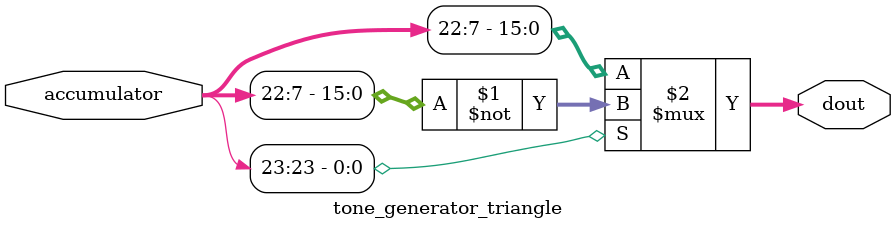
<source format=v>

module tone_generator_triangle (
  input [23:0] accumulator,
  output wire [15:0] dout);

  assign dout = accumulator[23] ? ~accumulator[22 -: 16] : accumulator[22 -: 16];

endmodule
</source>
